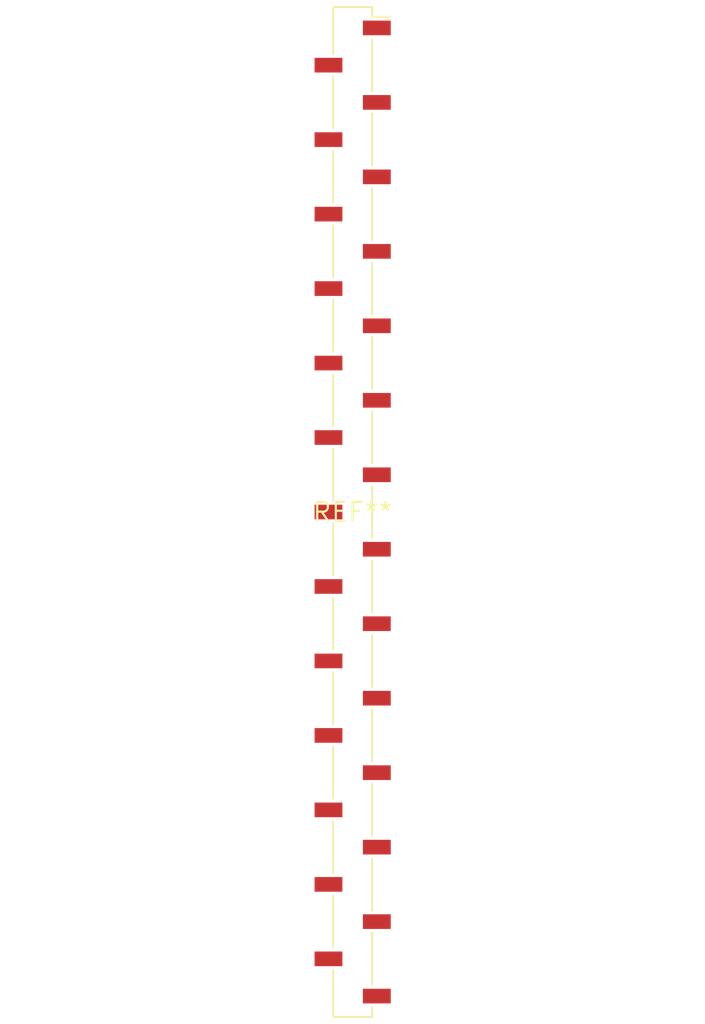
<source format=kicad_pcb>
(kicad_pcb (version 20240108) (generator pcbnew)
  (layers (0 "F.Cu" signal) (31 "B.Cu" signal) (34 "B.Paste" user) (35 "F.Paste" user) (36 "B.SilkS" user "B.Silkscreen") (37 "F.SilkS" user "F.Silkscreen") (38 "B.Mask" user) (39 "F.Mask" user) (44 "Edge.Cuts" user))
  (net 0 "")
  (footprint "PinSocket_1x27_P2.54mm_Vertical_SMD_Pin1Right" (layer "F.Cu") (at 0 0)
    (property "Reference" "REF**")
    (property "Value" "PinSocket_1x27_P2.54mm_Vertical_SMD_Pin1Right")
    (fp_line (start -1.33 -34.45) (end -1.33 -31.24) (layer "F.SilkS") (stroke (width 0.12)))
    (fp_line (start -1.33 -34.45) (end 1.33 -34.45) (layer "F.SilkS") (stroke (width 0.12)))
    (fp_line (start -1.33 -29.72) (end -1.33 -26.16) (layer "F.SilkS") (stroke (width 0.12)))
    (fp_line (start -1.33 -24.64) (end -1.33 -21.08) (layer "F.SilkS") (stroke (width 0.12)))
    (fp_line (start -1.33 -19.56) (end -1.33 -16) (layer "F.SilkS") (stroke (width 0.12)))
    (fp_line (start -1.33 -14.48) (end -1.33 -10.92) (layer "F.SilkS") (stroke (width 0.12)))
    (fp_line (start -1.33 -9.4) (end -1.33 -5.84) (layer "F.SilkS") (stroke (width 0.12)))
    (fp_line (start -1.33 -4.32) (end -1.33 -0.76) (layer "F.SilkS") (stroke (width 0.12)))
    (fp_line (start -1.33 0.76) (end -1.33 4.32) (layer "F.SilkS") (stroke (width 0.12)))
    (fp_line (start -1.33 5.84) (end -1.33 9.4) (layer "F.SilkS") (stroke (width 0.12)))
    (fp_line (start -1.33 10.92) (end -1.33 14.48) (layer "F.SilkS") (stroke (width 0.12)))
    (fp_line (start -1.33 16) (end -1.33 19.56) (layer "F.SilkS") (stroke (width 0.12)))
    (fp_line (start -1.33 21.08) (end -1.33 24.64) (layer "F.SilkS") (stroke (width 0.12)))
    (fp_line (start -1.33 26.16) (end -1.33 29.72) (layer "F.SilkS") (stroke (width 0.12)))
    (fp_line (start -1.33 31.24) (end -1.33 34.45) (layer "F.SilkS") (stroke (width 0.12)))
    (fp_line (start -1.33 34.45) (end 1.33 34.45) (layer "F.SilkS") (stroke (width 0.12)))
    (fp_line (start 1.33 -34.45) (end 1.33 -33.78) (layer "F.SilkS") (stroke (width 0.12)))
    (fp_line (start 1.33 -33.78) (end 2.54 -33.78) (layer "F.SilkS") (stroke (width 0.12)))
    (fp_line (start 1.33 -32.26) (end 1.33 -28.7) (layer "F.SilkS") (stroke (width 0.12)))
    (fp_line (start 1.33 -27.18) (end 1.33 -23.62) (layer "F.SilkS") (stroke (width 0.12)))
    (fp_line (start 1.33 -22.1) (end 1.33 -18.54) (layer "F.SilkS") (stroke (width 0.12)))
    (fp_line (start 1.33 -17.02) (end 1.33 -13.46) (layer "F.SilkS") (stroke (width 0.12)))
    (fp_line (start 1.33 -11.94) (end 1.33 -8.38) (layer "F.SilkS") (stroke (width 0.12)))
    (fp_line (start 1.33 -6.86) (end 1.33 -3.3) (layer "F.SilkS") (stroke (width 0.12)))
    (fp_line (start 1.33 -1.78) (end 1.33 1.78) (layer "F.SilkS") (stroke (width 0.12)))
    (fp_line (start 1.33 3.3) (end 1.33 6.86) (layer "F.SilkS") (stroke (width 0.12)))
    (fp_line (start 1.33 8.38) (end 1.33 11.94) (layer "F.SilkS") (stroke (width 0.12)))
    (fp_line (start 1.33 13.46) (end 1.33 17.02) (layer "F.SilkS") (stroke (width 0.12)))
    (fp_line (start 1.33 18.54) (end 1.33 22.1) (layer "F.SilkS") (stroke (width 0.12)))
    (fp_line (start 1.33 23.62) (end 1.33 27.18) (layer "F.SilkS") (stroke (width 0.12)))
    (fp_line (start 1.33 28.7) (end 1.33 32.26) (layer "F.SilkS") (stroke (width 0.12)))
    (fp_line (start 1.33 33.78) (end 1.33 34.45) (layer "F.SilkS") (stroke (width 0.12)))
    (pad "1" smd rect (at 1.65 -33.02) (size 1.9 1) (layers "F.Cu" "F.Paste" "F.Mask"))
    (pad "2" smd rect (at -1.65 -30.48) (size 1.9 1) (layers "F.Cu" "F.Paste" "F.Mask"))
    (pad "3" smd rect (at 1.65 -27.94) (size 1.9 1) (layers "F.Cu" "F.Paste" "F.Mask"))
    (pad "4" smd rect (at -1.65 -25.4) (size 1.9 1) (layers "F.Cu" "F.Paste" "F.Mask"))
    (pad "5" smd rect (at 1.65 -22.86) (size 1.9 1) (layers "F.Cu" "F.Paste" "F.Mask"))
    (pad "6" smd rect (at -1.65 -20.32) (size 1.9 1) (layers "F.Cu" "F.Paste" "F.Mask"))
    (pad "7" smd rect (at 1.65 -17.78) (size 1.9 1) (layers "F.Cu" "F.Paste" "F.Mask"))
    (pad "8" smd rect (at -1.65 -15.24) (size 1.9 1) (layers "F.Cu" "F.Paste" "F.Mask"))
    (pad "9" smd rect (at 1.65 -12.7) (size 1.9 1) (layers "F.Cu" "F.Paste" "F.Mask"))
    (pad "10" smd rect (at -1.65 -10.16) (size 1.9 1) (layers "F.Cu" "F.Paste" "F.Mask"))
    (pad "11" smd rect (at 1.65 -7.62) (size 1.9 1) (layers "F.Cu" "F.Paste" "F.Mask"))
    (pad "12" smd rect (at -1.65 -5.08) (size 1.9 1) (layers "F.Cu" "F.Paste" "F.Mask"))
    (pad "13" smd rect (at 1.65 -2.54) (size 1.9 1) (layers "F.Cu" "F.Paste" "F.Mask"))
    (pad "14" smd rect (at -1.65 0) (size 1.9 1) (layers "F.Cu" "F.Paste" "F.Mask"))
    (pad "15" smd rect (at 1.65 2.54) (size 1.9 1) (layers "F.Cu" "F.Paste" "F.Mask"))
    (pad "16" smd rect (at -1.65 5.08) (size 1.9 1) (layers "F.Cu" "F.Paste" "F.Mask"))
    (pad "17" smd rect (at 1.65 7.62) (size 1.9 1) (layers "F.Cu" "F.Paste" "F.Mask"))
    (pad "18" smd rect (at -1.65 10.16) (size 1.9 1) (layers "F.Cu" "F.Paste" "F.Mask"))
    (pad "19" smd rect (at 1.65 12.7) (size 1.9 1) (layers "F.Cu" "F.Paste" "F.Mask"))
    (pad "20" smd rect (at -1.65 15.24) (size 1.9 1) (layers "F.Cu" "F.Paste" "F.Mask"))
    (pad "21" smd rect (at 1.65 17.78) (size 1.9 1) (layers "F.Cu" "F.Paste" "F.Mask"))
    (pad "22" smd rect (at -1.65 20.32) (size 1.9 1) (layers "F.Cu" "F.Paste" "F.Mask"))
    (pad "23" smd rect (at 1.65 22.86) (size 1.9 1) (layers "F.Cu" "F.Paste" "F.Mask"))
    (pad "24" smd rect (at -1.65 25.4) (size 1.9 1) (layers "F.Cu" "F.Paste" "F.Mask"))
    (pad "25" smd rect (at 1.65 27.94) (size 1.9 1) (layers "F.Cu" "F.Paste" "F.Mask"))
    (pad "26" smd rect (at -1.65 30.48) (size 1.9 1) (layers "F.Cu" "F.Paste" "F.Mask"))
    (pad "27" smd rect (at 1.65 33.02) (size 1.9 1) (layers "F.Cu" "F.Paste" "F.Mask"))
  )
)
</source>
